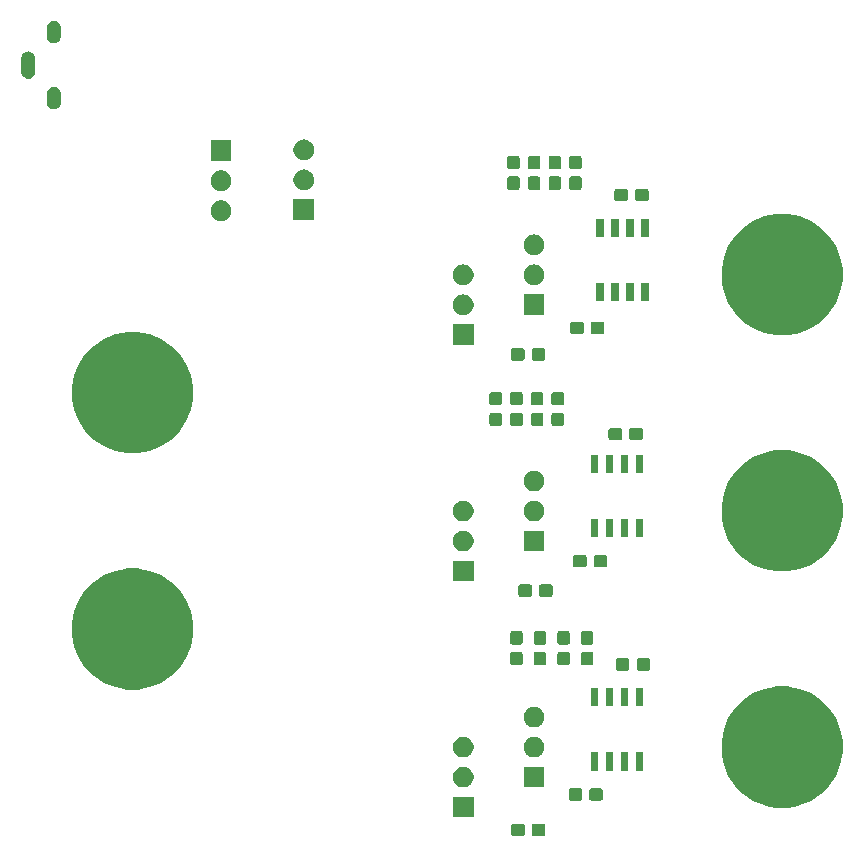
<source format=gbr>
%TF.GenerationSoftware,KiCad,Pcbnew,5.1.5+dfsg1-2build2*%
%TF.CreationDate,2020-12-26T23:47:44-08:00*%
%TF.ProjectId,motorcontroller,6d6f746f-7263-46f6-9e74-726f6c6c6572,rev?*%
%TF.SameCoordinates,Original*%
%TF.FileFunction,Soldermask,Bot*%
%TF.FilePolarity,Negative*%
%FSLAX46Y46*%
G04 Gerber Fmt 4.6, Leading zero omitted, Abs format (unit mm)*
G04 Created by KiCad (PCBNEW 5.1.5+dfsg1-2build2) date 2020-12-26 23:47:44*
%MOMM*%
%LPD*%
G04 APERTURE LIST*
%ADD10C,0.100000*%
G04 APERTURE END LIST*
D10*
G36*
X94789499Y-146478445D02*
G01*
X94826995Y-146489820D01*
X94861554Y-146508292D01*
X94891847Y-146533153D01*
X94916708Y-146563446D01*
X94935180Y-146598005D01*
X94946555Y-146635501D01*
X94951000Y-146680638D01*
X94951000Y-147319362D01*
X94946555Y-147364499D01*
X94935180Y-147401995D01*
X94916708Y-147436554D01*
X94891847Y-147466847D01*
X94861554Y-147491708D01*
X94826995Y-147510180D01*
X94789499Y-147521555D01*
X94744362Y-147526000D01*
X94005638Y-147526000D01*
X93960501Y-147521555D01*
X93923005Y-147510180D01*
X93888446Y-147491708D01*
X93858153Y-147466847D01*
X93833292Y-147436554D01*
X93814820Y-147401995D01*
X93803445Y-147364499D01*
X93799000Y-147319362D01*
X93799000Y-146680638D01*
X93803445Y-146635501D01*
X93814820Y-146598005D01*
X93833292Y-146563446D01*
X93858153Y-146533153D01*
X93888446Y-146508292D01*
X93923005Y-146489820D01*
X93960501Y-146478445D01*
X94005638Y-146474000D01*
X94744362Y-146474000D01*
X94789499Y-146478445D01*
G37*
G36*
X93039499Y-146478445D02*
G01*
X93076995Y-146489820D01*
X93111554Y-146508292D01*
X93141847Y-146533153D01*
X93166708Y-146563446D01*
X93185180Y-146598005D01*
X93196555Y-146635501D01*
X93201000Y-146680638D01*
X93201000Y-147319362D01*
X93196555Y-147364499D01*
X93185180Y-147401995D01*
X93166708Y-147436554D01*
X93141847Y-147466847D01*
X93111554Y-147491708D01*
X93076995Y-147510180D01*
X93039499Y-147521555D01*
X92994362Y-147526000D01*
X92255638Y-147526000D01*
X92210501Y-147521555D01*
X92173005Y-147510180D01*
X92138446Y-147491708D01*
X92108153Y-147466847D01*
X92083292Y-147436554D01*
X92064820Y-147401995D01*
X92053445Y-147364499D01*
X92049000Y-147319362D01*
X92049000Y-146680638D01*
X92053445Y-146635501D01*
X92064820Y-146598005D01*
X92083292Y-146563446D01*
X92108153Y-146533153D01*
X92138446Y-146508292D01*
X92173005Y-146489820D01*
X92210501Y-146478445D01*
X92255638Y-146474000D01*
X92994362Y-146474000D01*
X93039499Y-146478445D01*
G37*
G36*
X88876500Y-145956500D02*
G01*
X87123500Y-145956500D01*
X87123500Y-144203500D01*
X88876500Y-144203500D01*
X88876500Y-145956500D01*
G37*
G36*
X116001008Y-134967590D02*
G01*
X116496658Y-135066181D01*
X117430440Y-135452967D01*
X118270822Y-136014492D01*
X118985508Y-136729178D01*
X119547033Y-137569560D01*
X119933819Y-138503342D01*
X119933819Y-138503344D01*
X120131000Y-139494639D01*
X120131000Y-140505361D01*
X120077018Y-140776745D01*
X119933819Y-141496658D01*
X119547033Y-142430440D01*
X118985508Y-143270822D01*
X118270822Y-143985508D01*
X117430440Y-144547033D01*
X116496658Y-144933819D01*
X116001008Y-145032410D01*
X115505361Y-145131000D01*
X114494639Y-145131000D01*
X113998992Y-145032410D01*
X113503342Y-144933819D01*
X112569560Y-144547033D01*
X111729178Y-143985508D01*
X111014492Y-143270822D01*
X110452967Y-142430440D01*
X110066181Y-141496658D01*
X109922982Y-140776745D01*
X109869000Y-140505361D01*
X109869000Y-139494639D01*
X110066181Y-138503344D01*
X110066181Y-138503342D01*
X110452967Y-137569560D01*
X111014492Y-136729178D01*
X111729178Y-136014492D01*
X112569560Y-135452967D01*
X113503342Y-135066181D01*
X113998992Y-134967590D01*
X114494639Y-134869000D01*
X115505361Y-134869000D01*
X116001008Y-134967590D01*
G37*
G36*
X99664499Y-143478445D02*
G01*
X99701995Y-143489820D01*
X99736554Y-143508292D01*
X99766847Y-143533153D01*
X99791708Y-143563446D01*
X99810180Y-143598005D01*
X99821555Y-143635501D01*
X99826000Y-143680638D01*
X99826000Y-144319362D01*
X99821555Y-144364499D01*
X99810180Y-144401995D01*
X99791708Y-144436554D01*
X99766847Y-144466847D01*
X99736554Y-144491708D01*
X99701995Y-144510180D01*
X99664499Y-144521555D01*
X99619362Y-144526000D01*
X98880638Y-144526000D01*
X98835501Y-144521555D01*
X98798005Y-144510180D01*
X98763446Y-144491708D01*
X98733153Y-144466847D01*
X98708292Y-144436554D01*
X98689820Y-144401995D01*
X98678445Y-144364499D01*
X98674000Y-144319362D01*
X98674000Y-143680638D01*
X98678445Y-143635501D01*
X98689820Y-143598005D01*
X98708292Y-143563446D01*
X98733153Y-143533153D01*
X98763446Y-143508292D01*
X98798005Y-143489820D01*
X98835501Y-143478445D01*
X98880638Y-143474000D01*
X99619362Y-143474000D01*
X99664499Y-143478445D01*
G37*
G36*
X97914499Y-143478445D02*
G01*
X97951995Y-143489820D01*
X97986554Y-143508292D01*
X98016847Y-143533153D01*
X98041708Y-143563446D01*
X98060180Y-143598005D01*
X98071555Y-143635501D01*
X98076000Y-143680638D01*
X98076000Y-144319362D01*
X98071555Y-144364499D01*
X98060180Y-144401995D01*
X98041708Y-144436554D01*
X98016847Y-144466847D01*
X97986554Y-144491708D01*
X97951995Y-144510180D01*
X97914499Y-144521555D01*
X97869362Y-144526000D01*
X97130638Y-144526000D01*
X97085501Y-144521555D01*
X97048005Y-144510180D01*
X97013446Y-144491708D01*
X96983153Y-144466847D01*
X96958292Y-144436554D01*
X96939820Y-144401995D01*
X96928445Y-144364499D01*
X96924000Y-144319362D01*
X96924000Y-143680638D01*
X96928445Y-143635501D01*
X96939820Y-143598005D01*
X96958292Y-143563446D01*
X96983153Y-143533153D01*
X97013446Y-143508292D01*
X97048005Y-143489820D01*
X97085501Y-143478445D01*
X97130638Y-143474000D01*
X97869362Y-143474000D01*
X97914499Y-143478445D01*
G37*
G36*
X94876500Y-143416500D02*
G01*
X93123500Y-143416500D01*
X93123500Y-141663500D01*
X94876500Y-141663500D01*
X94876500Y-143416500D01*
G37*
G36*
X88170997Y-141680342D02*
G01*
X88255666Y-141697183D01*
X88321738Y-141724551D01*
X88415177Y-141763255D01*
X88558736Y-141859178D01*
X88680822Y-141981264D01*
X88776745Y-142124823D01*
X88842817Y-142284335D01*
X88876500Y-142453671D01*
X88876500Y-142626329D01*
X88842817Y-142795665D01*
X88776745Y-142955177D01*
X88680822Y-143098736D01*
X88558736Y-143220822D01*
X88415177Y-143316745D01*
X88321738Y-143355449D01*
X88255666Y-143382817D01*
X88170997Y-143399658D01*
X88086329Y-143416500D01*
X87913671Y-143416500D01*
X87829003Y-143399658D01*
X87744334Y-143382817D01*
X87678262Y-143355449D01*
X87584823Y-143316745D01*
X87441264Y-143220822D01*
X87319178Y-143098736D01*
X87223255Y-142955177D01*
X87157183Y-142795665D01*
X87123500Y-142626329D01*
X87123500Y-142453671D01*
X87157183Y-142284335D01*
X87223255Y-142124823D01*
X87319178Y-141981264D01*
X87441264Y-141859178D01*
X87584823Y-141763255D01*
X87678262Y-141724551D01*
X87744334Y-141697183D01*
X87829003Y-141680342D01*
X87913671Y-141663500D01*
X88086329Y-141663500D01*
X88170997Y-141680342D01*
G37*
G36*
X103222300Y-141999797D02*
G01*
X102587700Y-141999797D01*
X102587700Y-140442899D01*
X103222300Y-140442899D01*
X103222300Y-141999797D01*
G37*
G36*
X101952300Y-141999797D02*
G01*
X101317700Y-141999797D01*
X101317700Y-140442899D01*
X101952300Y-140442899D01*
X101952300Y-141999797D01*
G37*
G36*
X100682300Y-141999797D02*
G01*
X100047700Y-141999797D01*
X100047700Y-140442899D01*
X100682300Y-140442899D01*
X100682300Y-141999797D01*
G37*
G36*
X99412300Y-141999797D02*
G01*
X98777700Y-141999797D01*
X98777700Y-140442899D01*
X99412300Y-140442899D01*
X99412300Y-141999797D01*
G37*
G36*
X94170997Y-139140342D02*
G01*
X94255666Y-139157183D01*
X94321738Y-139184551D01*
X94415177Y-139223255D01*
X94558736Y-139319178D01*
X94680822Y-139441264D01*
X94776745Y-139584823D01*
X94842817Y-139744335D01*
X94876500Y-139913671D01*
X94876500Y-140086329D01*
X94842817Y-140255665D01*
X94776745Y-140415177D01*
X94680822Y-140558736D01*
X94558736Y-140680822D01*
X94415177Y-140776745D01*
X94321738Y-140815449D01*
X94255666Y-140842817D01*
X94170997Y-140859659D01*
X94086329Y-140876500D01*
X93913671Y-140876500D01*
X93829003Y-140859659D01*
X93744334Y-140842817D01*
X93678262Y-140815449D01*
X93584823Y-140776745D01*
X93441264Y-140680822D01*
X93319178Y-140558736D01*
X93223255Y-140415177D01*
X93157183Y-140255665D01*
X93123500Y-140086329D01*
X93123500Y-139913671D01*
X93157183Y-139744335D01*
X93223255Y-139584823D01*
X93319178Y-139441264D01*
X93441264Y-139319178D01*
X93584823Y-139223255D01*
X93678262Y-139184551D01*
X93744334Y-139157183D01*
X93829003Y-139140342D01*
X93913671Y-139123500D01*
X94086329Y-139123500D01*
X94170997Y-139140342D01*
G37*
G36*
X88170997Y-139140342D02*
G01*
X88255666Y-139157183D01*
X88321738Y-139184551D01*
X88415177Y-139223255D01*
X88558736Y-139319178D01*
X88680822Y-139441264D01*
X88776745Y-139584823D01*
X88842817Y-139744335D01*
X88876500Y-139913671D01*
X88876500Y-140086329D01*
X88842817Y-140255665D01*
X88776745Y-140415177D01*
X88680822Y-140558736D01*
X88558736Y-140680822D01*
X88415177Y-140776745D01*
X88321738Y-140815449D01*
X88255666Y-140842817D01*
X88170997Y-140859659D01*
X88086329Y-140876500D01*
X87913671Y-140876500D01*
X87829003Y-140859659D01*
X87744334Y-140842817D01*
X87678262Y-140815449D01*
X87584823Y-140776745D01*
X87441264Y-140680822D01*
X87319178Y-140558736D01*
X87223255Y-140415177D01*
X87157183Y-140255665D01*
X87123500Y-140086329D01*
X87123500Y-139913671D01*
X87157183Y-139744335D01*
X87223255Y-139584823D01*
X87319178Y-139441264D01*
X87441264Y-139319178D01*
X87584823Y-139223255D01*
X87678262Y-139184551D01*
X87744334Y-139157183D01*
X87829003Y-139140342D01*
X87913671Y-139123500D01*
X88086329Y-139123500D01*
X88170997Y-139140342D01*
G37*
G36*
X94170997Y-136600342D02*
G01*
X94255666Y-136617183D01*
X94321738Y-136644551D01*
X94415177Y-136683255D01*
X94558736Y-136779178D01*
X94680822Y-136901264D01*
X94776745Y-137044823D01*
X94842817Y-137204335D01*
X94876500Y-137373671D01*
X94876500Y-137546329D01*
X94842817Y-137715665D01*
X94776745Y-137875177D01*
X94680822Y-138018736D01*
X94558736Y-138140822D01*
X94415177Y-138236745D01*
X94321738Y-138275449D01*
X94255666Y-138302817D01*
X94170997Y-138319658D01*
X94086329Y-138336500D01*
X93913671Y-138336500D01*
X93829003Y-138319658D01*
X93744334Y-138302817D01*
X93678262Y-138275449D01*
X93584823Y-138236745D01*
X93441264Y-138140822D01*
X93319178Y-138018736D01*
X93223255Y-137875177D01*
X93157183Y-137715665D01*
X93123500Y-137546329D01*
X93123500Y-137373671D01*
X93157183Y-137204335D01*
X93223255Y-137044823D01*
X93319178Y-136901264D01*
X93441264Y-136779178D01*
X93584823Y-136683255D01*
X93678262Y-136644551D01*
X93744334Y-136617183D01*
X93829003Y-136600342D01*
X93913671Y-136583500D01*
X94086329Y-136583500D01*
X94170997Y-136600342D01*
G37*
G36*
X99412300Y-136557101D02*
G01*
X98777700Y-136557101D01*
X98777700Y-135000203D01*
X99412300Y-135000203D01*
X99412300Y-136557101D01*
G37*
G36*
X103222300Y-136557101D02*
G01*
X102587700Y-136557101D01*
X102587700Y-135000203D01*
X103222300Y-135000203D01*
X103222300Y-136557101D01*
G37*
G36*
X101952300Y-136557101D02*
G01*
X101317700Y-136557101D01*
X101317700Y-135000203D01*
X101952300Y-135000203D01*
X101952300Y-136557101D01*
G37*
G36*
X100682300Y-136557101D02*
G01*
X100047700Y-136557101D01*
X100047700Y-135000203D01*
X100682300Y-135000203D01*
X100682300Y-136557101D01*
G37*
G36*
X61001008Y-124967590D02*
G01*
X61496658Y-125066181D01*
X62430440Y-125452967D01*
X63270822Y-126014492D01*
X63985508Y-126729178D01*
X64547033Y-127569560D01*
X64933819Y-128503342D01*
X65131000Y-129494641D01*
X65131000Y-130505359D01*
X64933819Y-131496658D01*
X64547033Y-132430440D01*
X63985508Y-133270822D01*
X63270822Y-133985508D01*
X62430440Y-134547033D01*
X61496658Y-134933819D01*
X61001008Y-135032410D01*
X60505361Y-135131000D01*
X59494639Y-135131000D01*
X58998992Y-135032410D01*
X58503342Y-134933819D01*
X57569560Y-134547033D01*
X56729178Y-133985508D01*
X56014492Y-133270822D01*
X55452967Y-132430440D01*
X55066181Y-131496658D01*
X54869000Y-130505359D01*
X54869000Y-129494641D01*
X55066181Y-128503342D01*
X55452967Y-127569560D01*
X56014492Y-126729178D01*
X56729178Y-126014492D01*
X57569560Y-125452967D01*
X58503342Y-125066181D01*
X58998992Y-124967590D01*
X59494639Y-124869000D01*
X60505361Y-124869000D01*
X61001008Y-124967590D01*
G37*
G36*
X101914499Y-132478445D02*
G01*
X101951995Y-132489820D01*
X101986554Y-132508292D01*
X102016847Y-132533153D01*
X102041708Y-132563446D01*
X102060180Y-132598005D01*
X102071555Y-132635501D01*
X102076000Y-132680638D01*
X102076000Y-133319362D01*
X102071555Y-133364499D01*
X102060180Y-133401995D01*
X102041708Y-133436554D01*
X102016847Y-133466847D01*
X101986554Y-133491708D01*
X101951995Y-133510180D01*
X101914499Y-133521555D01*
X101869362Y-133526000D01*
X101130638Y-133526000D01*
X101085501Y-133521555D01*
X101048005Y-133510180D01*
X101013446Y-133491708D01*
X100983153Y-133466847D01*
X100958292Y-133436554D01*
X100939820Y-133401995D01*
X100928445Y-133364499D01*
X100924000Y-133319362D01*
X100924000Y-132680638D01*
X100928445Y-132635501D01*
X100939820Y-132598005D01*
X100958292Y-132563446D01*
X100983153Y-132533153D01*
X101013446Y-132508292D01*
X101048005Y-132489820D01*
X101085501Y-132478445D01*
X101130638Y-132474000D01*
X101869362Y-132474000D01*
X101914499Y-132478445D01*
G37*
G36*
X103664499Y-132478445D02*
G01*
X103701995Y-132489820D01*
X103736554Y-132508292D01*
X103766847Y-132533153D01*
X103791708Y-132563446D01*
X103810180Y-132598005D01*
X103821555Y-132635501D01*
X103826000Y-132680638D01*
X103826000Y-133319362D01*
X103821555Y-133364499D01*
X103810180Y-133401995D01*
X103791708Y-133436554D01*
X103766847Y-133466847D01*
X103736554Y-133491708D01*
X103701995Y-133510180D01*
X103664499Y-133521555D01*
X103619362Y-133526000D01*
X102880638Y-133526000D01*
X102835501Y-133521555D01*
X102798005Y-133510180D01*
X102763446Y-133491708D01*
X102733153Y-133466847D01*
X102708292Y-133436554D01*
X102689820Y-133401995D01*
X102678445Y-133364499D01*
X102674000Y-133319362D01*
X102674000Y-132680638D01*
X102678445Y-132635501D01*
X102689820Y-132598005D01*
X102708292Y-132563446D01*
X102733153Y-132533153D01*
X102763446Y-132508292D01*
X102798005Y-132489820D01*
X102835501Y-132478445D01*
X102880638Y-132474000D01*
X103619362Y-132474000D01*
X103664499Y-132478445D01*
G37*
G36*
X96864499Y-131928445D02*
G01*
X96901995Y-131939820D01*
X96936554Y-131958292D01*
X96966847Y-131983153D01*
X96991708Y-132013446D01*
X97010180Y-132048005D01*
X97021555Y-132085501D01*
X97026000Y-132130638D01*
X97026000Y-132869362D01*
X97021555Y-132914499D01*
X97010180Y-132951995D01*
X96991708Y-132986554D01*
X96966847Y-133016847D01*
X96936554Y-133041708D01*
X96901995Y-133060180D01*
X96864499Y-133071555D01*
X96819362Y-133076000D01*
X96180638Y-133076000D01*
X96135501Y-133071555D01*
X96098005Y-133060180D01*
X96063446Y-133041708D01*
X96033153Y-133016847D01*
X96008292Y-132986554D01*
X95989820Y-132951995D01*
X95978445Y-132914499D01*
X95974000Y-132869362D01*
X95974000Y-132130638D01*
X95978445Y-132085501D01*
X95989820Y-132048005D01*
X96008292Y-132013446D01*
X96033153Y-131983153D01*
X96063446Y-131958292D01*
X96098005Y-131939820D01*
X96135501Y-131928445D01*
X96180638Y-131924000D01*
X96819362Y-131924000D01*
X96864499Y-131928445D01*
G37*
G36*
X92864499Y-131928445D02*
G01*
X92901995Y-131939820D01*
X92936554Y-131958292D01*
X92966847Y-131983153D01*
X92991708Y-132013446D01*
X93010180Y-132048005D01*
X93021555Y-132085501D01*
X93026000Y-132130638D01*
X93026000Y-132869362D01*
X93021555Y-132914499D01*
X93010180Y-132951995D01*
X92991708Y-132986554D01*
X92966847Y-133016847D01*
X92936554Y-133041708D01*
X92901995Y-133060180D01*
X92864499Y-133071555D01*
X92819362Y-133076000D01*
X92180638Y-133076000D01*
X92135501Y-133071555D01*
X92098005Y-133060180D01*
X92063446Y-133041708D01*
X92033153Y-133016847D01*
X92008292Y-132986554D01*
X91989820Y-132951995D01*
X91978445Y-132914499D01*
X91974000Y-132869362D01*
X91974000Y-132130638D01*
X91978445Y-132085501D01*
X91989820Y-132048005D01*
X92008292Y-132013446D01*
X92033153Y-131983153D01*
X92063446Y-131958292D01*
X92098005Y-131939820D01*
X92135501Y-131928445D01*
X92180638Y-131924000D01*
X92819362Y-131924000D01*
X92864499Y-131928445D01*
G37*
G36*
X98864499Y-131928445D02*
G01*
X98901995Y-131939820D01*
X98936554Y-131958292D01*
X98966847Y-131983153D01*
X98991708Y-132013446D01*
X99010180Y-132048005D01*
X99021555Y-132085501D01*
X99026000Y-132130638D01*
X99026000Y-132869362D01*
X99021555Y-132914499D01*
X99010180Y-132951995D01*
X98991708Y-132986554D01*
X98966847Y-133016847D01*
X98936554Y-133041708D01*
X98901995Y-133060180D01*
X98864499Y-133071555D01*
X98819362Y-133076000D01*
X98180638Y-133076000D01*
X98135501Y-133071555D01*
X98098005Y-133060180D01*
X98063446Y-133041708D01*
X98033153Y-133016847D01*
X98008292Y-132986554D01*
X97989820Y-132951995D01*
X97978445Y-132914499D01*
X97974000Y-132869362D01*
X97974000Y-132130638D01*
X97978445Y-132085501D01*
X97989820Y-132048005D01*
X98008292Y-132013446D01*
X98033153Y-131983153D01*
X98063446Y-131958292D01*
X98098005Y-131939820D01*
X98135501Y-131928445D01*
X98180638Y-131924000D01*
X98819362Y-131924000D01*
X98864499Y-131928445D01*
G37*
G36*
X94864499Y-131928445D02*
G01*
X94901995Y-131939820D01*
X94936554Y-131958292D01*
X94966847Y-131983153D01*
X94991708Y-132013446D01*
X95010180Y-132048005D01*
X95021555Y-132085501D01*
X95026000Y-132130638D01*
X95026000Y-132869362D01*
X95021555Y-132914499D01*
X95010180Y-132951995D01*
X94991708Y-132986554D01*
X94966847Y-133016847D01*
X94936554Y-133041708D01*
X94901995Y-133060180D01*
X94864499Y-133071555D01*
X94819362Y-133076000D01*
X94180638Y-133076000D01*
X94135501Y-133071555D01*
X94098005Y-133060180D01*
X94063446Y-133041708D01*
X94033153Y-133016847D01*
X94008292Y-132986554D01*
X93989820Y-132951995D01*
X93978445Y-132914499D01*
X93974000Y-132869362D01*
X93974000Y-132130638D01*
X93978445Y-132085501D01*
X93989820Y-132048005D01*
X94008292Y-132013446D01*
X94033153Y-131983153D01*
X94063446Y-131958292D01*
X94098005Y-131939820D01*
X94135501Y-131928445D01*
X94180638Y-131924000D01*
X94819362Y-131924000D01*
X94864499Y-131928445D01*
G37*
G36*
X94864499Y-130178445D02*
G01*
X94901995Y-130189820D01*
X94936554Y-130208292D01*
X94966847Y-130233153D01*
X94991708Y-130263446D01*
X95010180Y-130298005D01*
X95021555Y-130335501D01*
X95026000Y-130380638D01*
X95026000Y-131119362D01*
X95021555Y-131164499D01*
X95010180Y-131201995D01*
X94991708Y-131236554D01*
X94966847Y-131266847D01*
X94936554Y-131291708D01*
X94901995Y-131310180D01*
X94864499Y-131321555D01*
X94819362Y-131326000D01*
X94180638Y-131326000D01*
X94135501Y-131321555D01*
X94098005Y-131310180D01*
X94063446Y-131291708D01*
X94033153Y-131266847D01*
X94008292Y-131236554D01*
X93989820Y-131201995D01*
X93978445Y-131164499D01*
X93974000Y-131119362D01*
X93974000Y-130380638D01*
X93978445Y-130335501D01*
X93989820Y-130298005D01*
X94008292Y-130263446D01*
X94033153Y-130233153D01*
X94063446Y-130208292D01*
X94098005Y-130189820D01*
X94135501Y-130178445D01*
X94180638Y-130174000D01*
X94819362Y-130174000D01*
X94864499Y-130178445D01*
G37*
G36*
X92864499Y-130178445D02*
G01*
X92901995Y-130189820D01*
X92936554Y-130208292D01*
X92966847Y-130233153D01*
X92991708Y-130263446D01*
X93010180Y-130298005D01*
X93021555Y-130335501D01*
X93026000Y-130380638D01*
X93026000Y-131119362D01*
X93021555Y-131164499D01*
X93010180Y-131201995D01*
X92991708Y-131236554D01*
X92966847Y-131266847D01*
X92936554Y-131291708D01*
X92901995Y-131310180D01*
X92864499Y-131321555D01*
X92819362Y-131326000D01*
X92180638Y-131326000D01*
X92135501Y-131321555D01*
X92098005Y-131310180D01*
X92063446Y-131291708D01*
X92033153Y-131266847D01*
X92008292Y-131236554D01*
X91989820Y-131201995D01*
X91978445Y-131164499D01*
X91974000Y-131119362D01*
X91974000Y-130380638D01*
X91978445Y-130335501D01*
X91989820Y-130298005D01*
X92008292Y-130263446D01*
X92033153Y-130233153D01*
X92063446Y-130208292D01*
X92098005Y-130189820D01*
X92135501Y-130178445D01*
X92180638Y-130174000D01*
X92819362Y-130174000D01*
X92864499Y-130178445D01*
G37*
G36*
X98864499Y-130178445D02*
G01*
X98901995Y-130189820D01*
X98936554Y-130208292D01*
X98966847Y-130233153D01*
X98991708Y-130263446D01*
X99010180Y-130298005D01*
X99021555Y-130335501D01*
X99026000Y-130380638D01*
X99026000Y-131119362D01*
X99021555Y-131164499D01*
X99010180Y-131201995D01*
X98991708Y-131236554D01*
X98966847Y-131266847D01*
X98936554Y-131291708D01*
X98901995Y-131310180D01*
X98864499Y-131321555D01*
X98819362Y-131326000D01*
X98180638Y-131326000D01*
X98135501Y-131321555D01*
X98098005Y-131310180D01*
X98063446Y-131291708D01*
X98033153Y-131266847D01*
X98008292Y-131236554D01*
X97989820Y-131201995D01*
X97978445Y-131164499D01*
X97974000Y-131119362D01*
X97974000Y-130380638D01*
X97978445Y-130335501D01*
X97989820Y-130298005D01*
X98008292Y-130263446D01*
X98033153Y-130233153D01*
X98063446Y-130208292D01*
X98098005Y-130189820D01*
X98135501Y-130178445D01*
X98180638Y-130174000D01*
X98819362Y-130174000D01*
X98864499Y-130178445D01*
G37*
G36*
X96864499Y-130178445D02*
G01*
X96901995Y-130189820D01*
X96936554Y-130208292D01*
X96966847Y-130233153D01*
X96991708Y-130263446D01*
X97010180Y-130298005D01*
X97021555Y-130335501D01*
X97026000Y-130380638D01*
X97026000Y-131119362D01*
X97021555Y-131164499D01*
X97010180Y-131201995D01*
X96991708Y-131236554D01*
X96966847Y-131266847D01*
X96936554Y-131291708D01*
X96901995Y-131310180D01*
X96864499Y-131321555D01*
X96819362Y-131326000D01*
X96180638Y-131326000D01*
X96135501Y-131321555D01*
X96098005Y-131310180D01*
X96063446Y-131291708D01*
X96033153Y-131266847D01*
X96008292Y-131236554D01*
X95989820Y-131201995D01*
X95978445Y-131164499D01*
X95974000Y-131119362D01*
X95974000Y-130380638D01*
X95978445Y-130335501D01*
X95989820Y-130298005D01*
X96008292Y-130263446D01*
X96033153Y-130233153D01*
X96063446Y-130208292D01*
X96098005Y-130189820D01*
X96135501Y-130178445D01*
X96180638Y-130174000D01*
X96819362Y-130174000D01*
X96864499Y-130178445D01*
G37*
G36*
X93664499Y-126228445D02*
G01*
X93701995Y-126239820D01*
X93736554Y-126258292D01*
X93766847Y-126283153D01*
X93791708Y-126313446D01*
X93810180Y-126348005D01*
X93821555Y-126385501D01*
X93826000Y-126430638D01*
X93826000Y-127069362D01*
X93821555Y-127114499D01*
X93810180Y-127151995D01*
X93791708Y-127186554D01*
X93766847Y-127216847D01*
X93736554Y-127241708D01*
X93701995Y-127260180D01*
X93664499Y-127271555D01*
X93619362Y-127276000D01*
X92880638Y-127276000D01*
X92835501Y-127271555D01*
X92798005Y-127260180D01*
X92763446Y-127241708D01*
X92733153Y-127216847D01*
X92708292Y-127186554D01*
X92689820Y-127151995D01*
X92678445Y-127114499D01*
X92674000Y-127069362D01*
X92674000Y-126430638D01*
X92678445Y-126385501D01*
X92689820Y-126348005D01*
X92708292Y-126313446D01*
X92733153Y-126283153D01*
X92763446Y-126258292D01*
X92798005Y-126239820D01*
X92835501Y-126228445D01*
X92880638Y-126224000D01*
X93619362Y-126224000D01*
X93664499Y-126228445D01*
G37*
G36*
X95414499Y-126228445D02*
G01*
X95451995Y-126239820D01*
X95486554Y-126258292D01*
X95516847Y-126283153D01*
X95541708Y-126313446D01*
X95560180Y-126348005D01*
X95571555Y-126385501D01*
X95576000Y-126430638D01*
X95576000Y-127069362D01*
X95571555Y-127114499D01*
X95560180Y-127151995D01*
X95541708Y-127186554D01*
X95516847Y-127216847D01*
X95486554Y-127241708D01*
X95451995Y-127260180D01*
X95414499Y-127271555D01*
X95369362Y-127276000D01*
X94630638Y-127276000D01*
X94585501Y-127271555D01*
X94548005Y-127260180D01*
X94513446Y-127241708D01*
X94483153Y-127216847D01*
X94458292Y-127186554D01*
X94439820Y-127151995D01*
X94428445Y-127114499D01*
X94424000Y-127069362D01*
X94424000Y-126430638D01*
X94428445Y-126385501D01*
X94439820Y-126348005D01*
X94458292Y-126313446D01*
X94483153Y-126283153D01*
X94513446Y-126258292D01*
X94548005Y-126239820D01*
X94585501Y-126228445D01*
X94630638Y-126224000D01*
X95369362Y-126224000D01*
X95414499Y-126228445D01*
G37*
G36*
X88876500Y-125956500D02*
G01*
X87123500Y-125956500D01*
X87123500Y-124203500D01*
X88876500Y-124203500D01*
X88876500Y-125956500D01*
G37*
G36*
X116001009Y-114967591D02*
G01*
X116496658Y-115066181D01*
X117430440Y-115452967D01*
X118270822Y-116014492D01*
X118985508Y-116729178D01*
X119547033Y-117569560D01*
X119933819Y-118503342D01*
X119933819Y-118503344D01*
X120131000Y-119494639D01*
X120131000Y-120505361D01*
X120077018Y-120776745D01*
X119933819Y-121496658D01*
X119547033Y-122430440D01*
X118985508Y-123270822D01*
X118270822Y-123985508D01*
X117430440Y-124547033D01*
X116496658Y-124933819D01*
X116001008Y-125032410D01*
X115505361Y-125131000D01*
X114494639Y-125131000D01*
X113998992Y-125032410D01*
X113503342Y-124933819D01*
X112569560Y-124547033D01*
X111729178Y-123985508D01*
X111014492Y-123270822D01*
X110452967Y-122430440D01*
X110066181Y-121496658D01*
X109922982Y-120776745D01*
X109869000Y-120505361D01*
X109869000Y-119494639D01*
X110066181Y-118503344D01*
X110066181Y-118503342D01*
X110452967Y-117569560D01*
X111014492Y-116729178D01*
X111729178Y-116014492D01*
X112569560Y-115452967D01*
X113503342Y-115066181D01*
X113998991Y-114967591D01*
X114494639Y-114869000D01*
X115505361Y-114869000D01*
X116001009Y-114967591D01*
G37*
G36*
X98289499Y-123728445D02*
G01*
X98326995Y-123739820D01*
X98361554Y-123758292D01*
X98391847Y-123783153D01*
X98416708Y-123813446D01*
X98435180Y-123848005D01*
X98446555Y-123885501D01*
X98451000Y-123930638D01*
X98451000Y-124569362D01*
X98446555Y-124614499D01*
X98435180Y-124651995D01*
X98416708Y-124686554D01*
X98391847Y-124716847D01*
X98361554Y-124741708D01*
X98326995Y-124760180D01*
X98289499Y-124771555D01*
X98244362Y-124776000D01*
X97505638Y-124776000D01*
X97460501Y-124771555D01*
X97423005Y-124760180D01*
X97388446Y-124741708D01*
X97358153Y-124716847D01*
X97333292Y-124686554D01*
X97314820Y-124651995D01*
X97303445Y-124614499D01*
X97299000Y-124569362D01*
X97299000Y-123930638D01*
X97303445Y-123885501D01*
X97314820Y-123848005D01*
X97333292Y-123813446D01*
X97358153Y-123783153D01*
X97388446Y-123758292D01*
X97423005Y-123739820D01*
X97460501Y-123728445D01*
X97505638Y-123724000D01*
X98244362Y-123724000D01*
X98289499Y-123728445D01*
G37*
G36*
X100039499Y-123728445D02*
G01*
X100076995Y-123739820D01*
X100111554Y-123758292D01*
X100141847Y-123783153D01*
X100166708Y-123813446D01*
X100185180Y-123848005D01*
X100196555Y-123885501D01*
X100201000Y-123930638D01*
X100201000Y-124569362D01*
X100196555Y-124614499D01*
X100185180Y-124651995D01*
X100166708Y-124686554D01*
X100141847Y-124716847D01*
X100111554Y-124741708D01*
X100076995Y-124760180D01*
X100039499Y-124771555D01*
X99994362Y-124776000D01*
X99255638Y-124776000D01*
X99210501Y-124771555D01*
X99173005Y-124760180D01*
X99138446Y-124741708D01*
X99108153Y-124716847D01*
X99083292Y-124686554D01*
X99064820Y-124651995D01*
X99053445Y-124614499D01*
X99049000Y-124569362D01*
X99049000Y-123930638D01*
X99053445Y-123885501D01*
X99064820Y-123848005D01*
X99083292Y-123813446D01*
X99108153Y-123783153D01*
X99138446Y-123758292D01*
X99173005Y-123739820D01*
X99210501Y-123728445D01*
X99255638Y-123724000D01*
X99994362Y-123724000D01*
X100039499Y-123728445D01*
G37*
G36*
X94876500Y-123416500D02*
G01*
X93123500Y-123416500D01*
X93123500Y-121663500D01*
X94876500Y-121663500D01*
X94876500Y-123416500D01*
G37*
G36*
X88170997Y-121680341D02*
G01*
X88255666Y-121697183D01*
X88321738Y-121724551D01*
X88415177Y-121763255D01*
X88558736Y-121859178D01*
X88680822Y-121981264D01*
X88776745Y-122124823D01*
X88842817Y-122284335D01*
X88876500Y-122453671D01*
X88876500Y-122626329D01*
X88842817Y-122795665D01*
X88776745Y-122955177D01*
X88680822Y-123098736D01*
X88558736Y-123220822D01*
X88415177Y-123316745D01*
X88321738Y-123355449D01*
X88255666Y-123382817D01*
X88170997Y-123399659D01*
X88086329Y-123416500D01*
X87913671Y-123416500D01*
X87829003Y-123399659D01*
X87744334Y-123382817D01*
X87678262Y-123355449D01*
X87584823Y-123316745D01*
X87441264Y-123220822D01*
X87319178Y-123098736D01*
X87223255Y-122955177D01*
X87157183Y-122795665D01*
X87123500Y-122626329D01*
X87123500Y-122453671D01*
X87157183Y-122284335D01*
X87223255Y-122124823D01*
X87319178Y-121981264D01*
X87441264Y-121859178D01*
X87584823Y-121763255D01*
X87678262Y-121724551D01*
X87744334Y-121697183D01*
X87829003Y-121680341D01*
X87913671Y-121663500D01*
X88086329Y-121663500D01*
X88170997Y-121680341D01*
G37*
G36*
X101952300Y-122249797D02*
G01*
X101317700Y-122249797D01*
X101317700Y-120692899D01*
X101952300Y-120692899D01*
X101952300Y-122249797D01*
G37*
G36*
X99412300Y-122249797D02*
G01*
X98777700Y-122249797D01*
X98777700Y-120692899D01*
X99412300Y-120692899D01*
X99412300Y-122249797D01*
G37*
G36*
X100682300Y-122249797D02*
G01*
X100047700Y-122249797D01*
X100047700Y-120692899D01*
X100682300Y-120692899D01*
X100682300Y-122249797D01*
G37*
G36*
X103222300Y-122249797D02*
G01*
X102587700Y-122249797D01*
X102587700Y-120692899D01*
X103222300Y-120692899D01*
X103222300Y-122249797D01*
G37*
G36*
X88170997Y-119140341D02*
G01*
X88255666Y-119157183D01*
X88321738Y-119184551D01*
X88415177Y-119223255D01*
X88558736Y-119319178D01*
X88680822Y-119441264D01*
X88776745Y-119584823D01*
X88842817Y-119744335D01*
X88876500Y-119913671D01*
X88876500Y-120086329D01*
X88842817Y-120255665D01*
X88776745Y-120415177D01*
X88680822Y-120558736D01*
X88558736Y-120680822D01*
X88415177Y-120776745D01*
X88321738Y-120815449D01*
X88255666Y-120842817D01*
X88170997Y-120859659D01*
X88086329Y-120876500D01*
X87913671Y-120876500D01*
X87829003Y-120859659D01*
X87744334Y-120842817D01*
X87678262Y-120815449D01*
X87584823Y-120776745D01*
X87441264Y-120680822D01*
X87319178Y-120558736D01*
X87223255Y-120415177D01*
X87157183Y-120255665D01*
X87123500Y-120086329D01*
X87123500Y-119913671D01*
X87157183Y-119744335D01*
X87223255Y-119584823D01*
X87319178Y-119441264D01*
X87441264Y-119319178D01*
X87584823Y-119223255D01*
X87678262Y-119184551D01*
X87744334Y-119157183D01*
X87829003Y-119140341D01*
X87913671Y-119123500D01*
X88086329Y-119123500D01*
X88170997Y-119140341D01*
G37*
G36*
X94170997Y-119140341D02*
G01*
X94255666Y-119157183D01*
X94321738Y-119184551D01*
X94415177Y-119223255D01*
X94558736Y-119319178D01*
X94680822Y-119441264D01*
X94776745Y-119584823D01*
X94842817Y-119744335D01*
X94876500Y-119913671D01*
X94876500Y-120086329D01*
X94842817Y-120255665D01*
X94776745Y-120415177D01*
X94680822Y-120558736D01*
X94558736Y-120680822D01*
X94415177Y-120776745D01*
X94321738Y-120815449D01*
X94255666Y-120842817D01*
X94170997Y-120859659D01*
X94086329Y-120876500D01*
X93913671Y-120876500D01*
X93829003Y-120859659D01*
X93744334Y-120842817D01*
X93678262Y-120815449D01*
X93584823Y-120776745D01*
X93441264Y-120680822D01*
X93319178Y-120558736D01*
X93223255Y-120415177D01*
X93157183Y-120255665D01*
X93123500Y-120086329D01*
X93123500Y-119913671D01*
X93157183Y-119744335D01*
X93223255Y-119584823D01*
X93319178Y-119441264D01*
X93441264Y-119319178D01*
X93584823Y-119223255D01*
X93678262Y-119184551D01*
X93744334Y-119157183D01*
X93829003Y-119140341D01*
X93913671Y-119123500D01*
X94086329Y-119123500D01*
X94170997Y-119140341D01*
G37*
G36*
X94170997Y-116600341D02*
G01*
X94255666Y-116617183D01*
X94321738Y-116644551D01*
X94415177Y-116683255D01*
X94558736Y-116779178D01*
X94680822Y-116901264D01*
X94776745Y-117044823D01*
X94842817Y-117204335D01*
X94876500Y-117373671D01*
X94876500Y-117546329D01*
X94842817Y-117715665D01*
X94776745Y-117875177D01*
X94680822Y-118018736D01*
X94558736Y-118140822D01*
X94415177Y-118236745D01*
X94321738Y-118275449D01*
X94255666Y-118302817D01*
X94170997Y-118319658D01*
X94086329Y-118336500D01*
X93913671Y-118336500D01*
X93829003Y-118319658D01*
X93744334Y-118302817D01*
X93678262Y-118275449D01*
X93584823Y-118236745D01*
X93441264Y-118140822D01*
X93319178Y-118018736D01*
X93223255Y-117875177D01*
X93157183Y-117715665D01*
X93123500Y-117546329D01*
X93123500Y-117373671D01*
X93157183Y-117204335D01*
X93223255Y-117044823D01*
X93319178Y-116901264D01*
X93441264Y-116779178D01*
X93584823Y-116683255D01*
X93678262Y-116644551D01*
X93744334Y-116617183D01*
X93829003Y-116600341D01*
X93913671Y-116583500D01*
X94086329Y-116583500D01*
X94170997Y-116600341D01*
G37*
G36*
X100682300Y-116807101D02*
G01*
X100047700Y-116807101D01*
X100047700Y-115250203D01*
X100682300Y-115250203D01*
X100682300Y-116807101D01*
G37*
G36*
X99412300Y-116807101D02*
G01*
X98777700Y-116807101D01*
X98777700Y-115250203D01*
X99412300Y-115250203D01*
X99412300Y-116807101D01*
G37*
G36*
X103222300Y-116807101D02*
G01*
X102587700Y-116807101D01*
X102587700Y-115250203D01*
X103222300Y-115250203D01*
X103222300Y-116807101D01*
G37*
G36*
X101952300Y-116807101D02*
G01*
X101317700Y-116807101D01*
X101317700Y-115250203D01*
X101952300Y-115250203D01*
X101952300Y-116807101D01*
G37*
G36*
X60907392Y-104948969D02*
G01*
X61496658Y-105066181D01*
X62430440Y-105452967D01*
X63270822Y-106014492D01*
X63985508Y-106729178D01*
X64547033Y-107569560D01*
X64933819Y-108503342D01*
X65131000Y-109494641D01*
X65131000Y-110505359D01*
X64933819Y-111496658D01*
X64547033Y-112430440D01*
X63985508Y-113270822D01*
X63270822Y-113985508D01*
X62430440Y-114547033D01*
X61496658Y-114933819D01*
X61001009Y-115032409D01*
X60505361Y-115131000D01*
X59494639Y-115131000D01*
X58998991Y-115032409D01*
X58503342Y-114933819D01*
X57569560Y-114547033D01*
X56729178Y-113985508D01*
X56014492Y-113270822D01*
X55452967Y-112430440D01*
X55066181Y-111496658D01*
X54869000Y-110505359D01*
X54869000Y-109494641D01*
X55066181Y-108503342D01*
X55452967Y-107569560D01*
X56014492Y-106729178D01*
X56729178Y-106014492D01*
X57569560Y-105452967D01*
X58503342Y-105066181D01*
X59092608Y-104948969D01*
X59494639Y-104869000D01*
X60505361Y-104869000D01*
X60907392Y-104948969D01*
G37*
G36*
X101289499Y-112978445D02*
G01*
X101326995Y-112989820D01*
X101361554Y-113008292D01*
X101391847Y-113033153D01*
X101416708Y-113063446D01*
X101435180Y-113098005D01*
X101446555Y-113135501D01*
X101451000Y-113180638D01*
X101451000Y-113819362D01*
X101446555Y-113864499D01*
X101435180Y-113901995D01*
X101416708Y-113936554D01*
X101391847Y-113966847D01*
X101361554Y-113991708D01*
X101326995Y-114010180D01*
X101289499Y-114021555D01*
X101244362Y-114026000D01*
X100505638Y-114026000D01*
X100460501Y-114021555D01*
X100423005Y-114010180D01*
X100388446Y-113991708D01*
X100358153Y-113966847D01*
X100333292Y-113936554D01*
X100314820Y-113901995D01*
X100303445Y-113864499D01*
X100299000Y-113819362D01*
X100299000Y-113180638D01*
X100303445Y-113135501D01*
X100314820Y-113098005D01*
X100333292Y-113063446D01*
X100358153Y-113033153D01*
X100388446Y-113008292D01*
X100423005Y-112989820D01*
X100460501Y-112978445D01*
X100505638Y-112974000D01*
X101244362Y-112974000D01*
X101289499Y-112978445D01*
G37*
G36*
X103039499Y-112978445D02*
G01*
X103076995Y-112989820D01*
X103111554Y-113008292D01*
X103141847Y-113033153D01*
X103166708Y-113063446D01*
X103185180Y-113098005D01*
X103196555Y-113135501D01*
X103201000Y-113180638D01*
X103201000Y-113819362D01*
X103196555Y-113864499D01*
X103185180Y-113901995D01*
X103166708Y-113936554D01*
X103141847Y-113966847D01*
X103111554Y-113991708D01*
X103076995Y-114010180D01*
X103039499Y-114021555D01*
X102994362Y-114026000D01*
X102255638Y-114026000D01*
X102210501Y-114021555D01*
X102173005Y-114010180D01*
X102138446Y-113991708D01*
X102108153Y-113966847D01*
X102083292Y-113936554D01*
X102064820Y-113901995D01*
X102053445Y-113864499D01*
X102049000Y-113819362D01*
X102049000Y-113180638D01*
X102053445Y-113135501D01*
X102064820Y-113098005D01*
X102083292Y-113063446D01*
X102108153Y-113033153D01*
X102138446Y-113008292D01*
X102173005Y-112989820D01*
X102210501Y-112978445D01*
X102255638Y-112974000D01*
X102994362Y-112974000D01*
X103039499Y-112978445D01*
G37*
G36*
X91114499Y-111678445D02*
G01*
X91151995Y-111689820D01*
X91186554Y-111708292D01*
X91216847Y-111733153D01*
X91241708Y-111763446D01*
X91260180Y-111798005D01*
X91271555Y-111835501D01*
X91276000Y-111880638D01*
X91276000Y-112619362D01*
X91271555Y-112664499D01*
X91260180Y-112701995D01*
X91241708Y-112736554D01*
X91216847Y-112766847D01*
X91186554Y-112791708D01*
X91151995Y-112810180D01*
X91114499Y-112821555D01*
X91069362Y-112826000D01*
X90430638Y-112826000D01*
X90385501Y-112821555D01*
X90348005Y-112810180D01*
X90313446Y-112791708D01*
X90283153Y-112766847D01*
X90258292Y-112736554D01*
X90239820Y-112701995D01*
X90228445Y-112664499D01*
X90224000Y-112619362D01*
X90224000Y-111880638D01*
X90228445Y-111835501D01*
X90239820Y-111798005D01*
X90258292Y-111763446D01*
X90283153Y-111733153D01*
X90313446Y-111708292D01*
X90348005Y-111689820D01*
X90385501Y-111678445D01*
X90430638Y-111674000D01*
X91069362Y-111674000D01*
X91114499Y-111678445D01*
G37*
G36*
X94614499Y-111678445D02*
G01*
X94651995Y-111689820D01*
X94686554Y-111708292D01*
X94716847Y-111733153D01*
X94741708Y-111763446D01*
X94760180Y-111798005D01*
X94771555Y-111835501D01*
X94776000Y-111880638D01*
X94776000Y-112619362D01*
X94771555Y-112664499D01*
X94760180Y-112701995D01*
X94741708Y-112736554D01*
X94716847Y-112766847D01*
X94686554Y-112791708D01*
X94651995Y-112810180D01*
X94614499Y-112821555D01*
X94569362Y-112826000D01*
X93930638Y-112826000D01*
X93885501Y-112821555D01*
X93848005Y-112810180D01*
X93813446Y-112791708D01*
X93783153Y-112766847D01*
X93758292Y-112736554D01*
X93739820Y-112701995D01*
X93728445Y-112664499D01*
X93724000Y-112619362D01*
X93724000Y-111880638D01*
X93728445Y-111835501D01*
X93739820Y-111798005D01*
X93758292Y-111763446D01*
X93783153Y-111733153D01*
X93813446Y-111708292D01*
X93848005Y-111689820D01*
X93885501Y-111678445D01*
X93930638Y-111674000D01*
X94569362Y-111674000D01*
X94614499Y-111678445D01*
G37*
G36*
X92864499Y-111678445D02*
G01*
X92901995Y-111689820D01*
X92936554Y-111708292D01*
X92966847Y-111733153D01*
X92991708Y-111763446D01*
X93010180Y-111798005D01*
X93021555Y-111835501D01*
X93026000Y-111880638D01*
X93026000Y-112619362D01*
X93021555Y-112664499D01*
X93010180Y-112701995D01*
X92991708Y-112736554D01*
X92966847Y-112766847D01*
X92936554Y-112791708D01*
X92901995Y-112810180D01*
X92864499Y-112821555D01*
X92819362Y-112826000D01*
X92180638Y-112826000D01*
X92135501Y-112821555D01*
X92098005Y-112810180D01*
X92063446Y-112791708D01*
X92033153Y-112766847D01*
X92008292Y-112736554D01*
X91989820Y-112701995D01*
X91978445Y-112664499D01*
X91974000Y-112619362D01*
X91974000Y-111880638D01*
X91978445Y-111835501D01*
X91989820Y-111798005D01*
X92008292Y-111763446D01*
X92033153Y-111733153D01*
X92063446Y-111708292D01*
X92098005Y-111689820D01*
X92135501Y-111678445D01*
X92180638Y-111674000D01*
X92819362Y-111674000D01*
X92864499Y-111678445D01*
G37*
G36*
X96364499Y-111678445D02*
G01*
X96401995Y-111689820D01*
X96436554Y-111708292D01*
X96466847Y-111733153D01*
X96491708Y-111763446D01*
X96510180Y-111798005D01*
X96521555Y-111835501D01*
X96526000Y-111880638D01*
X96526000Y-112619362D01*
X96521555Y-112664499D01*
X96510180Y-112701995D01*
X96491708Y-112736554D01*
X96466847Y-112766847D01*
X96436554Y-112791708D01*
X96401995Y-112810180D01*
X96364499Y-112821555D01*
X96319362Y-112826000D01*
X95680638Y-112826000D01*
X95635501Y-112821555D01*
X95598005Y-112810180D01*
X95563446Y-112791708D01*
X95533153Y-112766847D01*
X95508292Y-112736554D01*
X95489820Y-112701995D01*
X95478445Y-112664499D01*
X95474000Y-112619362D01*
X95474000Y-111880638D01*
X95478445Y-111835501D01*
X95489820Y-111798005D01*
X95508292Y-111763446D01*
X95533153Y-111733153D01*
X95563446Y-111708292D01*
X95598005Y-111689820D01*
X95635501Y-111678445D01*
X95680638Y-111674000D01*
X96319362Y-111674000D01*
X96364499Y-111678445D01*
G37*
G36*
X94614499Y-109928445D02*
G01*
X94651995Y-109939820D01*
X94686554Y-109958292D01*
X94716847Y-109983153D01*
X94741708Y-110013446D01*
X94760180Y-110048005D01*
X94771555Y-110085501D01*
X94776000Y-110130638D01*
X94776000Y-110869362D01*
X94771555Y-110914499D01*
X94760180Y-110951995D01*
X94741708Y-110986554D01*
X94716847Y-111016847D01*
X94686554Y-111041708D01*
X94651995Y-111060180D01*
X94614499Y-111071555D01*
X94569362Y-111076000D01*
X93930638Y-111076000D01*
X93885501Y-111071555D01*
X93848005Y-111060180D01*
X93813446Y-111041708D01*
X93783153Y-111016847D01*
X93758292Y-110986554D01*
X93739820Y-110951995D01*
X93728445Y-110914499D01*
X93724000Y-110869362D01*
X93724000Y-110130638D01*
X93728445Y-110085501D01*
X93739820Y-110048005D01*
X93758292Y-110013446D01*
X93783153Y-109983153D01*
X93813446Y-109958292D01*
X93848005Y-109939820D01*
X93885501Y-109928445D01*
X93930638Y-109924000D01*
X94569362Y-109924000D01*
X94614499Y-109928445D01*
G37*
G36*
X96364499Y-109928445D02*
G01*
X96401995Y-109939820D01*
X96436554Y-109958292D01*
X96466847Y-109983153D01*
X96491708Y-110013446D01*
X96510180Y-110048005D01*
X96521555Y-110085501D01*
X96526000Y-110130638D01*
X96526000Y-110869362D01*
X96521555Y-110914499D01*
X96510180Y-110951995D01*
X96491708Y-110986554D01*
X96466847Y-111016847D01*
X96436554Y-111041708D01*
X96401995Y-111060180D01*
X96364499Y-111071555D01*
X96319362Y-111076000D01*
X95680638Y-111076000D01*
X95635501Y-111071555D01*
X95598005Y-111060180D01*
X95563446Y-111041708D01*
X95533153Y-111016847D01*
X95508292Y-110986554D01*
X95489820Y-110951995D01*
X95478445Y-110914499D01*
X95474000Y-110869362D01*
X95474000Y-110130638D01*
X95478445Y-110085501D01*
X95489820Y-110048005D01*
X95508292Y-110013446D01*
X95533153Y-109983153D01*
X95563446Y-109958292D01*
X95598005Y-109939820D01*
X95635501Y-109928445D01*
X95680638Y-109924000D01*
X96319362Y-109924000D01*
X96364499Y-109928445D01*
G37*
G36*
X91114499Y-109928445D02*
G01*
X91151995Y-109939820D01*
X91186554Y-109958292D01*
X91216847Y-109983153D01*
X91241708Y-110013446D01*
X91260180Y-110048005D01*
X91271555Y-110085501D01*
X91276000Y-110130638D01*
X91276000Y-110869362D01*
X91271555Y-110914499D01*
X91260180Y-110951995D01*
X91241708Y-110986554D01*
X91216847Y-111016847D01*
X91186554Y-111041708D01*
X91151995Y-111060180D01*
X91114499Y-111071555D01*
X91069362Y-111076000D01*
X90430638Y-111076000D01*
X90385501Y-111071555D01*
X90348005Y-111060180D01*
X90313446Y-111041708D01*
X90283153Y-111016847D01*
X90258292Y-110986554D01*
X90239820Y-110951995D01*
X90228445Y-110914499D01*
X90224000Y-110869362D01*
X90224000Y-110130638D01*
X90228445Y-110085501D01*
X90239820Y-110048005D01*
X90258292Y-110013446D01*
X90283153Y-109983153D01*
X90313446Y-109958292D01*
X90348005Y-109939820D01*
X90385501Y-109928445D01*
X90430638Y-109924000D01*
X91069362Y-109924000D01*
X91114499Y-109928445D01*
G37*
G36*
X92864499Y-109928445D02*
G01*
X92901995Y-109939820D01*
X92936554Y-109958292D01*
X92966847Y-109983153D01*
X92991708Y-110013446D01*
X93010180Y-110048005D01*
X93021555Y-110085501D01*
X93026000Y-110130638D01*
X93026000Y-110869362D01*
X93021555Y-110914499D01*
X93010180Y-110951995D01*
X92991708Y-110986554D01*
X92966847Y-111016847D01*
X92936554Y-111041708D01*
X92901995Y-111060180D01*
X92864499Y-111071555D01*
X92819362Y-111076000D01*
X92180638Y-111076000D01*
X92135501Y-111071555D01*
X92098005Y-111060180D01*
X92063446Y-111041708D01*
X92033153Y-111016847D01*
X92008292Y-110986554D01*
X91989820Y-110951995D01*
X91978445Y-110914499D01*
X91974000Y-110869362D01*
X91974000Y-110130638D01*
X91978445Y-110085501D01*
X91989820Y-110048005D01*
X92008292Y-110013446D01*
X92033153Y-109983153D01*
X92063446Y-109958292D01*
X92098005Y-109939820D01*
X92135501Y-109928445D01*
X92180638Y-109924000D01*
X92819362Y-109924000D01*
X92864499Y-109928445D01*
G37*
G36*
X93039499Y-106228445D02*
G01*
X93076995Y-106239820D01*
X93111554Y-106258292D01*
X93141847Y-106283153D01*
X93166708Y-106313446D01*
X93185180Y-106348005D01*
X93196555Y-106385501D01*
X93201000Y-106430638D01*
X93201000Y-107069362D01*
X93196555Y-107114499D01*
X93185180Y-107151995D01*
X93166708Y-107186554D01*
X93141847Y-107216847D01*
X93111554Y-107241708D01*
X93076995Y-107260180D01*
X93039499Y-107271555D01*
X92994362Y-107276000D01*
X92255638Y-107276000D01*
X92210501Y-107271555D01*
X92173005Y-107260180D01*
X92138446Y-107241708D01*
X92108153Y-107216847D01*
X92083292Y-107186554D01*
X92064820Y-107151995D01*
X92053445Y-107114499D01*
X92049000Y-107069362D01*
X92049000Y-106430638D01*
X92053445Y-106385501D01*
X92064820Y-106348005D01*
X92083292Y-106313446D01*
X92108153Y-106283153D01*
X92138446Y-106258292D01*
X92173005Y-106239820D01*
X92210501Y-106228445D01*
X92255638Y-106224000D01*
X92994362Y-106224000D01*
X93039499Y-106228445D01*
G37*
G36*
X94789499Y-106228445D02*
G01*
X94826995Y-106239820D01*
X94861554Y-106258292D01*
X94891847Y-106283153D01*
X94916708Y-106313446D01*
X94935180Y-106348005D01*
X94946555Y-106385501D01*
X94951000Y-106430638D01*
X94951000Y-107069362D01*
X94946555Y-107114499D01*
X94935180Y-107151995D01*
X94916708Y-107186554D01*
X94891847Y-107216847D01*
X94861554Y-107241708D01*
X94826995Y-107260180D01*
X94789499Y-107271555D01*
X94744362Y-107276000D01*
X94005638Y-107276000D01*
X93960501Y-107271555D01*
X93923005Y-107260180D01*
X93888446Y-107241708D01*
X93858153Y-107216847D01*
X93833292Y-107186554D01*
X93814820Y-107151995D01*
X93803445Y-107114499D01*
X93799000Y-107069362D01*
X93799000Y-106430638D01*
X93803445Y-106385501D01*
X93814820Y-106348005D01*
X93833292Y-106313446D01*
X93858153Y-106283153D01*
X93888446Y-106258292D01*
X93923005Y-106239820D01*
X93960501Y-106228445D01*
X94005638Y-106224000D01*
X94744362Y-106224000D01*
X94789499Y-106228445D01*
G37*
G36*
X88876500Y-105956500D02*
G01*
X87123500Y-105956500D01*
X87123500Y-104203500D01*
X88876500Y-104203500D01*
X88876500Y-105956500D01*
G37*
G36*
X116001008Y-94967590D02*
G01*
X116496658Y-95066181D01*
X117430440Y-95452967D01*
X118270822Y-96014492D01*
X118985508Y-96729178D01*
X119547033Y-97569560D01*
X119933819Y-98503342D01*
X119933819Y-98503344D01*
X120131000Y-99494639D01*
X120131000Y-100505361D01*
X120077018Y-100776745D01*
X119933819Y-101496658D01*
X119547033Y-102430440D01*
X118985508Y-103270822D01*
X118270822Y-103985508D01*
X117430440Y-104547033D01*
X116496658Y-104933819D01*
X116055578Y-105021555D01*
X115505361Y-105131000D01*
X114494639Y-105131000D01*
X113944422Y-105021555D01*
X113503342Y-104933819D01*
X112569560Y-104547033D01*
X111729178Y-103985508D01*
X111014492Y-103270822D01*
X110452967Y-102430440D01*
X110066181Y-101496658D01*
X109922982Y-100776745D01*
X109869000Y-100505361D01*
X109869000Y-99494639D01*
X110066181Y-98503344D01*
X110066181Y-98503342D01*
X110452967Y-97569560D01*
X111014492Y-96729178D01*
X111729178Y-96014492D01*
X112569560Y-95452967D01*
X113503342Y-95066181D01*
X113998992Y-94967590D01*
X114494639Y-94869000D01*
X115505361Y-94869000D01*
X116001008Y-94967590D01*
G37*
G36*
X98039499Y-103978445D02*
G01*
X98076995Y-103989820D01*
X98111554Y-104008292D01*
X98141847Y-104033153D01*
X98166708Y-104063446D01*
X98185180Y-104098005D01*
X98196555Y-104135501D01*
X98201000Y-104180638D01*
X98201000Y-104819362D01*
X98196555Y-104864499D01*
X98185180Y-104901995D01*
X98166708Y-104936554D01*
X98141847Y-104966847D01*
X98111554Y-104991708D01*
X98076995Y-105010180D01*
X98039499Y-105021555D01*
X97994362Y-105026000D01*
X97255638Y-105026000D01*
X97210501Y-105021555D01*
X97173005Y-105010180D01*
X97138446Y-104991708D01*
X97108153Y-104966847D01*
X97083292Y-104936554D01*
X97064820Y-104901995D01*
X97053445Y-104864499D01*
X97049000Y-104819362D01*
X97049000Y-104180638D01*
X97053445Y-104135501D01*
X97064820Y-104098005D01*
X97083292Y-104063446D01*
X97108153Y-104033153D01*
X97138446Y-104008292D01*
X97173005Y-103989820D01*
X97210501Y-103978445D01*
X97255638Y-103974000D01*
X97994362Y-103974000D01*
X98039499Y-103978445D01*
G37*
G36*
X99789499Y-103978445D02*
G01*
X99826995Y-103989820D01*
X99861554Y-104008292D01*
X99891847Y-104033153D01*
X99916708Y-104063446D01*
X99935180Y-104098005D01*
X99946555Y-104135501D01*
X99951000Y-104180638D01*
X99951000Y-104819362D01*
X99946555Y-104864499D01*
X99935180Y-104901995D01*
X99916708Y-104936554D01*
X99891847Y-104966847D01*
X99861554Y-104991708D01*
X99826995Y-105010180D01*
X99789499Y-105021555D01*
X99744362Y-105026000D01*
X99005638Y-105026000D01*
X98960501Y-105021555D01*
X98923005Y-105010180D01*
X98888446Y-104991708D01*
X98858153Y-104966847D01*
X98833292Y-104936554D01*
X98814820Y-104901995D01*
X98803445Y-104864499D01*
X98799000Y-104819362D01*
X98799000Y-104180638D01*
X98803445Y-104135501D01*
X98814820Y-104098005D01*
X98833292Y-104063446D01*
X98858153Y-104033153D01*
X98888446Y-104008292D01*
X98923005Y-103989820D01*
X98960501Y-103978445D01*
X99005638Y-103974000D01*
X99744362Y-103974000D01*
X99789499Y-103978445D01*
G37*
G36*
X94876500Y-103416500D02*
G01*
X93123500Y-103416500D01*
X93123500Y-101663500D01*
X94876500Y-101663500D01*
X94876500Y-103416500D01*
G37*
G36*
X88170997Y-101680342D02*
G01*
X88255666Y-101697183D01*
X88321738Y-101724551D01*
X88415177Y-101763255D01*
X88558736Y-101859178D01*
X88680822Y-101981264D01*
X88776745Y-102124823D01*
X88842817Y-102284335D01*
X88876500Y-102453671D01*
X88876500Y-102626329D01*
X88842817Y-102795665D01*
X88776745Y-102955177D01*
X88680822Y-103098736D01*
X88558736Y-103220822D01*
X88415177Y-103316745D01*
X88321738Y-103355449D01*
X88255666Y-103382817D01*
X88170997Y-103399659D01*
X88086329Y-103416500D01*
X87913671Y-103416500D01*
X87829003Y-103399659D01*
X87744334Y-103382817D01*
X87678262Y-103355449D01*
X87584823Y-103316745D01*
X87441264Y-103220822D01*
X87319178Y-103098736D01*
X87223255Y-102955177D01*
X87157183Y-102795665D01*
X87123500Y-102626329D01*
X87123500Y-102453671D01*
X87157183Y-102284335D01*
X87223255Y-102124823D01*
X87319178Y-101981264D01*
X87441264Y-101859178D01*
X87584823Y-101763255D01*
X87678262Y-101724551D01*
X87744334Y-101697183D01*
X87829003Y-101680342D01*
X87913671Y-101663500D01*
X88086329Y-101663500D01*
X88170997Y-101680342D01*
G37*
G36*
X103722300Y-102249797D02*
G01*
X103087700Y-102249797D01*
X103087700Y-100692899D01*
X103722300Y-100692899D01*
X103722300Y-102249797D01*
G37*
G36*
X102452300Y-102249797D02*
G01*
X101817700Y-102249797D01*
X101817700Y-100692899D01*
X102452300Y-100692899D01*
X102452300Y-102249797D01*
G37*
G36*
X101182300Y-102249797D02*
G01*
X100547700Y-102249797D01*
X100547700Y-100692899D01*
X101182300Y-100692899D01*
X101182300Y-102249797D01*
G37*
G36*
X99912300Y-102249797D02*
G01*
X99277700Y-102249797D01*
X99277700Y-100692899D01*
X99912300Y-100692899D01*
X99912300Y-102249797D01*
G37*
G36*
X94170997Y-99140342D02*
G01*
X94255666Y-99157183D01*
X94321738Y-99184551D01*
X94415177Y-99223255D01*
X94558736Y-99319178D01*
X94680822Y-99441264D01*
X94776745Y-99584823D01*
X94842817Y-99744335D01*
X94876500Y-99913671D01*
X94876500Y-100086329D01*
X94842817Y-100255665D01*
X94776745Y-100415177D01*
X94680822Y-100558736D01*
X94558736Y-100680822D01*
X94415177Y-100776745D01*
X94321738Y-100815449D01*
X94255666Y-100842817D01*
X94170997Y-100859658D01*
X94086329Y-100876500D01*
X93913671Y-100876500D01*
X93829003Y-100859659D01*
X93744334Y-100842817D01*
X93678262Y-100815449D01*
X93584823Y-100776745D01*
X93441264Y-100680822D01*
X93319178Y-100558736D01*
X93223255Y-100415177D01*
X93157183Y-100255665D01*
X93123500Y-100086329D01*
X93123500Y-99913671D01*
X93157183Y-99744335D01*
X93223255Y-99584823D01*
X93319178Y-99441264D01*
X93441264Y-99319178D01*
X93584823Y-99223255D01*
X93678262Y-99184551D01*
X93744334Y-99157183D01*
X93829003Y-99140342D01*
X93913671Y-99123500D01*
X94086329Y-99123500D01*
X94170997Y-99140342D01*
G37*
G36*
X88170997Y-99140342D02*
G01*
X88255666Y-99157183D01*
X88321738Y-99184551D01*
X88415177Y-99223255D01*
X88558736Y-99319178D01*
X88680822Y-99441264D01*
X88776745Y-99584823D01*
X88842817Y-99744335D01*
X88876500Y-99913671D01*
X88876500Y-100086329D01*
X88842817Y-100255665D01*
X88776745Y-100415177D01*
X88680822Y-100558736D01*
X88558736Y-100680822D01*
X88415177Y-100776745D01*
X88321738Y-100815449D01*
X88255666Y-100842817D01*
X88170997Y-100859658D01*
X88086329Y-100876500D01*
X87913671Y-100876500D01*
X87829003Y-100859659D01*
X87744334Y-100842817D01*
X87678262Y-100815449D01*
X87584823Y-100776745D01*
X87441264Y-100680822D01*
X87319178Y-100558736D01*
X87223255Y-100415177D01*
X87157183Y-100255665D01*
X87123500Y-100086329D01*
X87123500Y-99913671D01*
X87157183Y-99744335D01*
X87223255Y-99584823D01*
X87319178Y-99441264D01*
X87441264Y-99319178D01*
X87584823Y-99223255D01*
X87678262Y-99184551D01*
X87744334Y-99157183D01*
X87829003Y-99140342D01*
X87913671Y-99123500D01*
X88086329Y-99123500D01*
X88170997Y-99140342D01*
G37*
G36*
X94170997Y-96600341D02*
G01*
X94255666Y-96617183D01*
X94321738Y-96644551D01*
X94415177Y-96683255D01*
X94558736Y-96779178D01*
X94680822Y-96901264D01*
X94776745Y-97044823D01*
X94842817Y-97204335D01*
X94876500Y-97373671D01*
X94876500Y-97546329D01*
X94842817Y-97715665D01*
X94776745Y-97875177D01*
X94680822Y-98018736D01*
X94558736Y-98140822D01*
X94415177Y-98236745D01*
X94321738Y-98275449D01*
X94255666Y-98302817D01*
X94170997Y-98319659D01*
X94086329Y-98336500D01*
X93913671Y-98336500D01*
X93829003Y-98319659D01*
X93744334Y-98302817D01*
X93678262Y-98275449D01*
X93584823Y-98236745D01*
X93441264Y-98140822D01*
X93319178Y-98018736D01*
X93223255Y-97875177D01*
X93157183Y-97715665D01*
X93123500Y-97546329D01*
X93123500Y-97373671D01*
X93157183Y-97204335D01*
X93223255Y-97044823D01*
X93319178Y-96901264D01*
X93441264Y-96779178D01*
X93584823Y-96683255D01*
X93678262Y-96644551D01*
X93744334Y-96617183D01*
X93829003Y-96600341D01*
X93913671Y-96583500D01*
X94086329Y-96583500D01*
X94170997Y-96600341D01*
G37*
G36*
X99912300Y-96807101D02*
G01*
X99277700Y-96807101D01*
X99277700Y-95250203D01*
X99912300Y-95250203D01*
X99912300Y-96807101D01*
G37*
G36*
X103722300Y-96807101D02*
G01*
X103087700Y-96807101D01*
X103087700Y-95250203D01*
X103722300Y-95250203D01*
X103722300Y-96807101D01*
G37*
G36*
X102452300Y-96807101D02*
G01*
X101817700Y-96807101D01*
X101817700Y-95250203D01*
X102452300Y-95250203D01*
X102452300Y-96807101D01*
G37*
G36*
X101182300Y-96807101D02*
G01*
X100547700Y-96807101D01*
X100547700Y-95250203D01*
X101182300Y-95250203D01*
X101182300Y-96807101D01*
G37*
G36*
X67653429Y-93716847D02*
G01*
X67755666Y-93737183D01*
X67801045Y-93755980D01*
X67915177Y-93803255D01*
X68058736Y-93899178D01*
X68180822Y-94021264D01*
X68276745Y-94164823D01*
X68342817Y-94324335D01*
X68376500Y-94493671D01*
X68376500Y-94666329D01*
X68342817Y-94835665D01*
X68276745Y-94995177D01*
X68180822Y-95138736D01*
X68058736Y-95260822D01*
X67915177Y-95356745D01*
X67821738Y-95395449D01*
X67755666Y-95422817D01*
X67670997Y-95439658D01*
X67586329Y-95456500D01*
X67413671Y-95456500D01*
X67329003Y-95439659D01*
X67244334Y-95422817D01*
X67178262Y-95395449D01*
X67084823Y-95356745D01*
X66941264Y-95260822D01*
X66819178Y-95138736D01*
X66723255Y-94995177D01*
X66657183Y-94835665D01*
X66623500Y-94666329D01*
X66623500Y-94493671D01*
X66657183Y-94324335D01*
X66723255Y-94164823D01*
X66819178Y-94021264D01*
X66941264Y-93899178D01*
X67084823Y-93803255D01*
X67198955Y-93755980D01*
X67244334Y-93737183D01*
X67346571Y-93716847D01*
X67413671Y-93703500D01*
X67586329Y-93703500D01*
X67653429Y-93716847D01*
G37*
G36*
X75376500Y-95376500D02*
G01*
X73623500Y-95376500D01*
X73623500Y-93623500D01*
X75376500Y-93623500D01*
X75376500Y-95376500D01*
G37*
G36*
X101789499Y-92728445D02*
G01*
X101826995Y-92739820D01*
X101861554Y-92758292D01*
X101891847Y-92783153D01*
X101916708Y-92813446D01*
X101935180Y-92848005D01*
X101946555Y-92885501D01*
X101951000Y-92930638D01*
X101951000Y-93569362D01*
X101946555Y-93614499D01*
X101935180Y-93651995D01*
X101916708Y-93686554D01*
X101891847Y-93716847D01*
X101861554Y-93741708D01*
X101826995Y-93760180D01*
X101789499Y-93771555D01*
X101744362Y-93776000D01*
X101005638Y-93776000D01*
X100960501Y-93771555D01*
X100923005Y-93760180D01*
X100888446Y-93741708D01*
X100858153Y-93716847D01*
X100833292Y-93686554D01*
X100814820Y-93651995D01*
X100803445Y-93614499D01*
X100799000Y-93569362D01*
X100799000Y-92930638D01*
X100803445Y-92885501D01*
X100814820Y-92848005D01*
X100833292Y-92813446D01*
X100858153Y-92783153D01*
X100888446Y-92758292D01*
X100923005Y-92739820D01*
X100960501Y-92728445D01*
X101005638Y-92724000D01*
X101744362Y-92724000D01*
X101789499Y-92728445D01*
G37*
G36*
X103539499Y-92728445D02*
G01*
X103576995Y-92739820D01*
X103611554Y-92758292D01*
X103641847Y-92783153D01*
X103666708Y-92813446D01*
X103685180Y-92848005D01*
X103696555Y-92885501D01*
X103701000Y-92930638D01*
X103701000Y-93569362D01*
X103696555Y-93614499D01*
X103685180Y-93651995D01*
X103666708Y-93686554D01*
X103641847Y-93716847D01*
X103611554Y-93741708D01*
X103576995Y-93760180D01*
X103539499Y-93771555D01*
X103494362Y-93776000D01*
X102755638Y-93776000D01*
X102710501Y-93771555D01*
X102673005Y-93760180D01*
X102638446Y-93741708D01*
X102608153Y-93716847D01*
X102583292Y-93686554D01*
X102564820Y-93651995D01*
X102553445Y-93614499D01*
X102549000Y-93569362D01*
X102549000Y-92930638D01*
X102553445Y-92885501D01*
X102564820Y-92848005D01*
X102583292Y-92813446D01*
X102608153Y-92783153D01*
X102638446Y-92758292D01*
X102673005Y-92739820D01*
X102710501Y-92728445D01*
X102755638Y-92724000D01*
X103494362Y-92724000D01*
X103539499Y-92728445D01*
G37*
G36*
X67670997Y-91180341D02*
G01*
X67755666Y-91197183D01*
X67821738Y-91224551D01*
X67915177Y-91263255D01*
X68058736Y-91359178D01*
X68180822Y-91481264D01*
X68276745Y-91624823D01*
X68309680Y-91704335D01*
X68334165Y-91763446D01*
X68342817Y-91784335D01*
X68376500Y-91953671D01*
X68376500Y-92126329D01*
X68342817Y-92295665D01*
X68276745Y-92455177D01*
X68180822Y-92598736D01*
X68058736Y-92720822D01*
X67915177Y-92816745D01*
X67821738Y-92855449D01*
X67755666Y-92882817D01*
X67670997Y-92899659D01*
X67586329Y-92916500D01*
X67413671Y-92916500D01*
X67329003Y-92899659D01*
X67244334Y-92882817D01*
X67178262Y-92855449D01*
X67084823Y-92816745D01*
X66941264Y-92720822D01*
X66819178Y-92598736D01*
X66723255Y-92455177D01*
X66657183Y-92295665D01*
X66623500Y-92126329D01*
X66623500Y-91953671D01*
X66657183Y-91784335D01*
X66665836Y-91763446D01*
X66690320Y-91704335D01*
X66723255Y-91624823D01*
X66819178Y-91481264D01*
X66941264Y-91359178D01*
X67084823Y-91263255D01*
X67178262Y-91224551D01*
X67244334Y-91197183D01*
X67329003Y-91180341D01*
X67413671Y-91163500D01*
X67586329Y-91163500D01*
X67670997Y-91180341D01*
G37*
G36*
X74670997Y-91100341D02*
G01*
X74755666Y-91117183D01*
X74821738Y-91144551D01*
X74915177Y-91183255D01*
X75058736Y-91279178D01*
X75180822Y-91401264D01*
X75276745Y-91544823D01*
X75309882Y-91624822D01*
X75342817Y-91704334D01*
X75348549Y-91733153D01*
X75376500Y-91873671D01*
X75376500Y-92046329D01*
X75342817Y-92215665D01*
X75276745Y-92375177D01*
X75180822Y-92518736D01*
X75058736Y-92640822D01*
X74915177Y-92736745D01*
X74842504Y-92766847D01*
X74755666Y-92802817D01*
X74685649Y-92816744D01*
X74586329Y-92836500D01*
X74413671Y-92836500D01*
X74314351Y-92816744D01*
X74244334Y-92802817D01*
X74157496Y-92766847D01*
X74084823Y-92736745D01*
X73941264Y-92640822D01*
X73819178Y-92518736D01*
X73723255Y-92375177D01*
X73657183Y-92215665D01*
X73623500Y-92046329D01*
X73623500Y-91873671D01*
X73651451Y-91733153D01*
X73657183Y-91704334D01*
X73690118Y-91624822D01*
X73723255Y-91544823D01*
X73819178Y-91401264D01*
X73941264Y-91279178D01*
X74084823Y-91183255D01*
X74178262Y-91144551D01*
X74244334Y-91117183D01*
X74329003Y-91100341D01*
X74413671Y-91083500D01*
X74586329Y-91083500D01*
X74670997Y-91100341D01*
G37*
G36*
X94364499Y-91678445D02*
G01*
X94401995Y-91689820D01*
X94436554Y-91708292D01*
X94466847Y-91733153D01*
X94491708Y-91763446D01*
X94510180Y-91798005D01*
X94521555Y-91835501D01*
X94526000Y-91880638D01*
X94526000Y-92619362D01*
X94521555Y-92664499D01*
X94510180Y-92701995D01*
X94491708Y-92736554D01*
X94466847Y-92766847D01*
X94436554Y-92791708D01*
X94401995Y-92810180D01*
X94364499Y-92821555D01*
X94319362Y-92826000D01*
X93680638Y-92826000D01*
X93635501Y-92821555D01*
X93598005Y-92810180D01*
X93563446Y-92791708D01*
X93533153Y-92766847D01*
X93508292Y-92736554D01*
X93489820Y-92701995D01*
X93478445Y-92664499D01*
X93474000Y-92619362D01*
X93474000Y-91880638D01*
X93478445Y-91835501D01*
X93489820Y-91798005D01*
X93508292Y-91763446D01*
X93533153Y-91733153D01*
X93563446Y-91708292D01*
X93598005Y-91689820D01*
X93635501Y-91678445D01*
X93680638Y-91674000D01*
X94319362Y-91674000D01*
X94364499Y-91678445D01*
G37*
G36*
X96114499Y-91678445D02*
G01*
X96151995Y-91689820D01*
X96186554Y-91708292D01*
X96216847Y-91733153D01*
X96241708Y-91763446D01*
X96260180Y-91798005D01*
X96271555Y-91835501D01*
X96276000Y-91880638D01*
X96276000Y-92619362D01*
X96271555Y-92664499D01*
X96260180Y-92701995D01*
X96241708Y-92736554D01*
X96216847Y-92766847D01*
X96186554Y-92791708D01*
X96151995Y-92810180D01*
X96114499Y-92821555D01*
X96069362Y-92826000D01*
X95430638Y-92826000D01*
X95385501Y-92821555D01*
X95348005Y-92810180D01*
X95313446Y-92791708D01*
X95283153Y-92766847D01*
X95258292Y-92736554D01*
X95239820Y-92701995D01*
X95228445Y-92664499D01*
X95224000Y-92619362D01*
X95224000Y-91880638D01*
X95228445Y-91835501D01*
X95239820Y-91798005D01*
X95258292Y-91763446D01*
X95283153Y-91733153D01*
X95313446Y-91708292D01*
X95348005Y-91689820D01*
X95385501Y-91678445D01*
X95430638Y-91674000D01*
X96069362Y-91674000D01*
X96114499Y-91678445D01*
G37*
G36*
X92614499Y-91678445D02*
G01*
X92651995Y-91689820D01*
X92686554Y-91708292D01*
X92716847Y-91733153D01*
X92741708Y-91763446D01*
X92760180Y-91798005D01*
X92771555Y-91835501D01*
X92776000Y-91880638D01*
X92776000Y-92619362D01*
X92771555Y-92664499D01*
X92760180Y-92701995D01*
X92741708Y-92736554D01*
X92716847Y-92766847D01*
X92686554Y-92791708D01*
X92651995Y-92810180D01*
X92614499Y-92821555D01*
X92569362Y-92826000D01*
X91930638Y-92826000D01*
X91885501Y-92821555D01*
X91848005Y-92810180D01*
X91813446Y-92791708D01*
X91783153Y-92766847D01*
X91758292Y-92736554D01*
X91739820Y-92701995D01*
X91728445Y-92664499D01*
X91724000Y-92619362D01*
X91724000Y-91880638D01*
X91728445Y-91835501D01*
X91739820Y-91798005D01*
X91758292Y-91763446D01*
X91783153Y-91733153D01*
X91813446Y-91708292D01*
X91848005Y-91689820D01*
X91885501Y-91678445D01*
X91930638Y-91674000D01*
X92569362Y-91674000D01*
X92614499Y-91678445D01*
G37*
G36*
X97864499Y-91678445D02*
G01*
X97901995Y-91689820D01*
X97936554Y-91708292D01*
X97966847Y-91733153D01*
X97991708Y-91763446D01*
X98010180Y-91798005D01*
X98021555Y-91835501D01*
X98026000Y-91880638D01*
X98026000Y-92619362D01*
X98021555Y-92664499D01*
X98010180Y-92701995D01*
X97991708Y-92736554D01*
X97966847Y-92766847D01*
X97936554Y-92791708D01*
X97901995Y-92810180D01*
X97864499Y-92821555D01*
X97819362Y-92826000D01*
X97180638Y-92826000D01*
X97135501Y-92821555D01*
X97098005Y-92810180D01*
X97063446Y-92791708D01*
X97033153Y-92766847D01*
X97008292Y-92736554D01*
X96989820Y-92701995D01*
X96978445Y-92664499D01*
X96974000Y-92619362D01*
X96974000Y-91880638D01*
X96978445Y-91835501D01*
X96989820Y-91798005D01*
X97008292Y-91763446D01*
X97033153Y-91733153D01*
X97063446Y-91708292D01*
X97098005Y-91689820D01*
X97135501Y-91678445D01*
X97180638Y-91674000D01*
X97819362Y-91674000D01*
X97864499Y-91678445D01*
G37*
G36*
X96114499Y-89928445D02*
G01*
X96151995Y-89939820D01*
X96186554Y-89958292D01*
X96216847Y-89983153D01*
X96241708Y-90013446D01*
X96260180Y-90048005D01*
X96271555Y-90085501D01*
X96276000Y-90130638D01*
X96276000Y-90869362D01*
X96271555Y-90914499D01*
X96260180Y-90951995D01*
X96241708Y-90986554D01*
X96216847Y-91016847D01*
X96186554Y-91041708D01*
X96151995Y-91060180D01*
X96114499Y-91071555D01*
X96069362Y-91076000D01*
X95430638Y-91076000D01*
X95385501Y-91071555D01*
X95348005Y-91060180D01*
X95313446Y-91041708D01*
X95283153Y-91016847D01*
X95258292Y-90986554D01*
X95239820Y-90951995D01*
X95228445Y-90914499D01*
X95224000Y-90869362D01*
X95224000Y-90130638D01*
X95228445Y-90085501D01*
X95239820Y-90048005D01*
X95258292Y-90013446D01*
X95283153Y-89983153D01*
X95313446Y-89958292D01*
X95348005Y-89939820D01*
X95385501Y-89928445D01*
X95430638Y-89924000D01*
X96069362Y-89924000D01*
X96114499Y-89928445D01*
G37*
G36*
X92614499Y-89928445D02*
G01*
X92651995Y-89939820D01*
X92686554Y-89958292D01*
X92716847Y-89983153D01*
X92741708Y-90013446D01*
X92760180Y-90048005D01*
X92771555Y-90085501D01*
X92776000Y-90130638D01*
X92776000Y-90869362D01*
X92771555Y-90914499D01*
X92760180Y-90951995D01*
X92741708Y-90986554D01*
X92716847Y-91016847D01*
X92686554Y-91041708D01*
X92651995Y-91060180D01*
X92614499Y-91071555D01*
X92569362Y-91076000D01*
X91930638Y-91076000D01*
X91885501Y-91071555D01*
X91848005Y-91060180D01*
X91813446Y-91041708D01*
X91783153Y-91016847D01*
X91758292Y-90986554D01*
X91739820Y-90951995D01*
X91728445Y-90914499D01*
X91724000Y-90869362D01*
X91724000Y-90130638D01*
X91728445Y-90085501D01*
X91739820Y-90048005D01*
X91758292Y-90013446D01*
X91783153Y-89983153D01*
X91813446Y-89958292D01*
X91848005Y-89939820D01*
X91885501Y-89928445D01*
X91930638Y-89924000D01*
X92569362Y-89924000D01*
X92614499Y-89928445D01*
G37*
G36*
X97864499Y-89928445D02*
G01*
X97901995Y-89939820D01*
X97936554Y-89958292D01*
X97966847Y-89983153D01*
X97991708Y-90013446D01*
X98010180Y-90048005D01*
X98021555Y-90085501D01*
X98026000Y-90130638D01*
X98026000Y-90869362D01*
X98021555Y-90914499D01*
X98010180Y-90951995D01*
X97991708Y-90986554D01*
X97966847Y-91016847D01*
X97936554Y-91041708D01*
X97901995Y-91060180D01*
X97864499Y-91071555D01*
X97819362Y-91076000D01*
X97180638Y-91076000D01*
X97135501Y-91071555D01*
X97098005Y-91060180D01*
X97063446Y-91041708D01*
X97033153Y-91016847D01*
X97008292Y-90986554D01*
X96989820Y-90951995D01*
X96978445Y-90914499D01*
X96974000Y-90869362D01*
X96974000Y-90130638D01*
X96978445Y-90085501D01*
X96989820Y-90048005D01*
X97008292Y-90013446D01*
X97033153Y-89983153D01*
X97063446Y-89958292D01*
X97098005Y-89939820D01*
X97135501Y-89928445D01*
X97180638Y-89924000D01*
X97819362Y-89924000D01*
X97864499Y-89928445D01*
G37*
G36*
X94364499Y-89928445D02*
G01*
X94401995Y-89939820D01*
X94436554Y-89958292D01*
X94466847Y-89983153D01*
X94491708Y-90013446D01*
X94510180Y-90048005D01*
X94521555Y-90085501D01*
X94526000Y-90130638D01*
X94526000Y-90869362D01*
X94521555Y-90914499D01*
X94510180Y-90951995D01*
X94491708Y-90986554D01*
X94466847Y-91016847D01*
X94436554Y-91041708D01*
X94401995Y-91060180D01*
X94364499Y-91071555D01*
X94319362Y-91076000D01*
X93680638Y-91076000D01*
X93635501Y-91071555D01*
X93598005Y-91060180D01*
X93563446Y-91041708D01*
X93533153Y-91016847D01*
X93508292Y-90986554D01*
X93489820Y-90951995D01*
X93478445Y-90914499D01*
X93474000Y-90869362D01*
X93474000Y-90130638D01*
X93478445Y-90085501D01*
X93489820Y-90048005D01*
X93508292Y-90013446D01*
X93533153Y-89983153D01*
X93563446Y-89958292D01*
X93598005Y-89939820D01*
X93635501Y-89928445D01*
X93680638Y-89924000D01*
X94319362Y-89924000D01*
X94364499Y-89928445D01*
G37*
G36*
X68376500Y-90376500D02*
G01*
X66623500Y-90376500D01*
X66623500Y-88623500D01*
X68376500Y-88623500D01*
X68376500Y-90376500D01*
G37*
G36*
X74670997Y-88560342D02*
G01*
X74755666Y-88577183D01*
X74821738Y-88604551D01*
X74915177Y-88643255D01*
X75058736Y-88739178D01*
X75180822Y-88861264D01*
X75276745Y-89004823D01*
X75342817Y-89164335D01*
X75376500Y-89333671D01*
X75376500Y-89506329D01*
X75342817Y-89675665D01*
X75276745Y-89835177D01*
X75180822Y-89978736D01*
X75058736Y-90100822D01*
X74915177Y-90196745D01*
X74821738Y-90235449D01*
X74755666Y-90262817D01*
X74670997Y-90279659D01*
X74586329Y-90296500D01*
X74413671Y-90296500D01*
X74329003Y-90279659D01*
X74244334Y-90262817D01*
X74178262Y-90235449D01*
X74084823Y-90196745D01*
X73941264Y-90100822D01*
X73819178Y-89978736D01*
X73723255Y-89835177D01*
X73657183Y-89675665D01*
X73623500Y-89506329D01*
X73623500Y-89333671D01*
X73657183Y-89164335D01*
X73723255Y-89004823D01*
X73819178Y-88861264D01*
X73941264Y-88739178D01*
X74084823Y-88643255D01*
X74178262Y-88604551D01*
X74244334Y-88577183D01*
X74329003Y-88560342D01*
X74413671Y-88543500D01*
X74586329Y-88543500D01*
X74670997Y-88560342D01*
G37*
G36*
X53442818Y-84107696D02*
G01*
X53556105Y-84142062D01*
X53660512Y-84197869D01*
X53752027Y-84272973D01*
X53827131Y-84364488D01*
X53882938Y-84468895D01*
X53917304Y-84582182D01*
X53926000Y-84670481D01*
X53926000Y-85429519D01*
X53917304Y-85517818D01*
X53882938Y-85631105D01*
X53827131Y-85735512D01*
X53827130Y-85735513D01*
X53752027Y-85827027D01*
X53676923Y-85888662D01*
X53660511Y-85902131D01*
X53556104Y-85957938D01*
X53442817Y-85992304D01*
X53325000Y-86003907D01*
X53207182Y-85992304D01*
X53093895Y-85957938D01*
X52989488Y-85902131D01*
X52975572Y-85890711D01*
X52897973Y-85827027D01*
X52822870Y-85735512D01*
X52822869Y-85735511D01*
X52767062Y-85631104D01*
X52732696Y-85517817D01*
X52724000Y-85429518D01*
X52724000Y-84670481D01*
X52732696Y-84582184D01*
X52752952Y-84515411D01*
X52767063Y-84468895D01*
X52822871Y-84364487D01*
X52897974Y-84272973D01*
X52989488Y-84197870D01*
X52989487Y-84197870D01*
X52989489Y-84197869D01*
X53093896Y-84142062D01*
X53207183Y-84107696D01*
X53325000Y-84096093D01*
X53442818Y-84107696D01*
G37*
G36*
X51292818Y-81107696D02*
G01*
X51406105Y-81142062D01*
X51510512Y-81197869D01*
X51602027Y-81272973D01*
X51677131Y-81364488D01*
X51732938Y-81468895D01*
X51767304Y-81582182D01*
X51776000Y-81670481D01*
X51776000Y-82829519D01*
X51767304Y-82917818D01*
X51732938Y-83031105D01*
X51677131Y-83135512D01*
X51677130Y-83135513D01*
X51602027Y-83227027D01*
X51526923Y-83288662D01*
X51510511Y-83302131D01*
X51406104Y-83357938D01*
X51292817Y-83392304D01*
X51175000Y-83403907D01*
X51057182Y-83392304D01*
X50943895Y-83357938D01*
X50839488Y-83302131D01*
X50825572Y-83290711D01*
X50747973Y-83227027D01*
X50672870Y-83135512D01*
X50672869Y-83135511D01*
X50617062Y-83031104D01*
X50582696Y-82917817D01*
X50574000Y-82829518D01*
X50574001Y-81670481D01*
X50582697Y-81582182D01*
X50617063Y-81468895D01*
X50672870Y-81364488D01*
X50747974Y-81272973D01*
X50839489Y-81197869D01*
X50943896Y-81142062D01*
X51057183Y-81107696D01*
X51175000Y-81096093D01*
X51292818Y-81107696D01*
G37*
G36*
X53442818Y-78507696D02*
G01*
X53556105Y-78542062D01*
X53660512Y-78597869D01*
X53752027Y-78672973D01*
X53827131Y-78764488D01*
X53882938Y-78868895D01*
X53917304Y-78982182D01*
X53926000Y-79070481D01*
X53926000Y-79829519D01*
X53917304Y-79917818D01*
X53882938Y-80031105D01*
X53827131Y-80135512D01*
X53827130Y-80135513D01*
X53752027Y-80227027D01*
X53676923Y-80288662D01*
X53660511Y-80302131D01*
X53556104Y-80357938D01*
X53442817Y-80392304D01*
X53325000Y-80403907D01*
X53207182Y-80392304D01*
X53093895Y-80357938D01*
X52989488Y-80302131D01*
X52975572Y-80290711D01*
X52897973Y-80227027D01*
X52822870Y-80135512D01*
X52822869Y-80135511D01*
X52767062Y-80031104D01*
X52732696Y-79917817D01*
X52724000Y-79829518D01*
X52724000Y-79070481D01*
X52732696Y-78982184D01*
X52752952Y-78915411D01*
X52767063Y-78868895D01*
X52822871Y-78764487D01*
X52897974Y-78672973D01*
X52989488Y-78597870D01*
X52989487Y-78597870D01*
X52989489Y-78597869D01*
X53093896Y-78542062D01*
X53207183Y-78507696D01*
X53325000Y-78496093D01*
X53442818Y-78507696D01*
G37*
M02*

</source>
